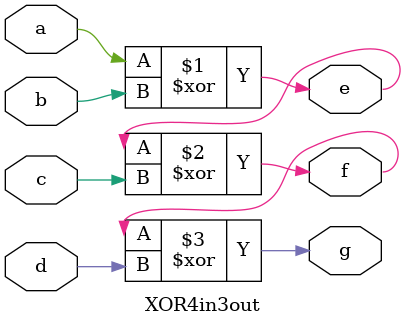
<source format=v>
`timescale 1ns / 1ps


module XOR4in3out(
input a, b, c, d,
output e, f, g

    );
    
    
    assign e = a^b, f = e^c, g = f^d;
    
endmodule

</source>
